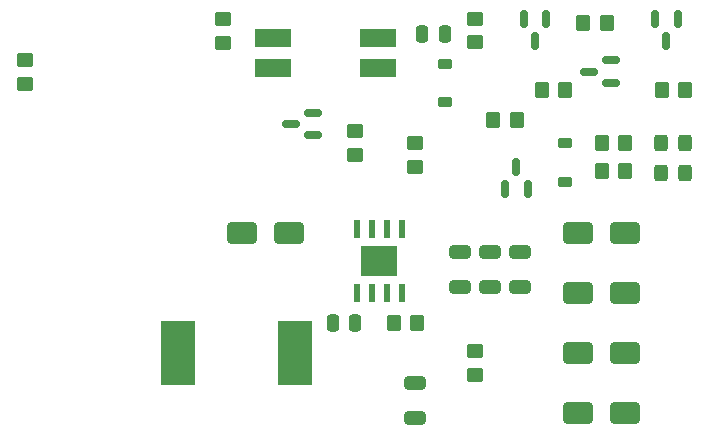
<source format=gtp>
G04 #@! TF.GenerationSoftware,KiCad,Pcbnew,7.99.0-3924-g53fd1aaf5e*
G04 #@! TF.CreationDate,2023-12-12T19:58:36+01:00*
G04 #@! TF.ProjectId,xDuinoRailShield,78447569-6e6f-4526-9169-6c536869656c,rev?*
G04 #@! TF.SameCoordinates,Original*
G04 #@! TF.FileFunction,Paste,Top*
G04 #@! TF.FilePolarity,Positive*
%FSLAX46Y46*%
G04 Gerber Fmt 4.6, Leading zero omitted, Abs format (unit mm)*
G04 Created by KiCad (PCBNEW 7.99.0-3924-g53fd1aaf5e) date 2023-12-12 19:58:36*
%MOMM*%
%LPD*%
G01*
G04 APERTURE LIST*
G04 Aperture macros list*
%AMRoundRect*
0 Rectangle with rounded corners*
0 $1 Rounding radius*
0 $2 $3 $4 $5 $6 $7 $8 $9 X,Y pos of 4 corners*
0 Add a 4 corners polygon primitive as box body*
4,1,4,$2,$3,$4,$5,$6,$7,$8,$9,$2,$3,0*
0 Add four circle primitives for the rounded corners*
1,1,$1+$1,$2,$3*
1,1,$1+$1,$4,$5*
1,1,$1+$1,$6,$7*
1,1,$1+$1,$8,$9*
0 Add four rect primitives between the rounded corners*
20,1,$1+$1,$2,$3,$4,$5,0*
20,1,$1+$1,$4,$5,$6,$7,0*
20,1,$1+$1,$6,$7,$8,$9,0*
20,1,$1+$1,$8,$9,$2,$3,0*%
G04 Aperture macros list end*
%ADD10RoundRect,0.250000X0.450000X-0.350000X0.450000X0.350000X-0.450000X0.350000X-0.450000X-0.350000X0*%
%ADD11RoundRect,0.250000X-0.450000X0.350000X-0.450000X-0.350000X0.450000X-0.350000X0.450000X0.350000X0*%
%ADD12RoundRect,0.150000X0.587500X0.150000X-0.587500X0.150000X-0.587500X-0.150000X0.587500X-0.150000X0*%
%ADD13RoundRect,0.250000X-0.350000X-0.450000X0.350000X-0.450000X0.350000X0.450000X-0.350000X0.450000X0*%
%ADD14RoundRect,0.250000X0.325000X0.450000X-0.325000X0.450000X-0.325000X-0.450000X0.325000X-0.450000X0*%
%ADD15RoundRect,0.250000X0.350000X0.450000X-0.350000X0.450000X-0.350000X-0.450000X0.350000X-0.450000X0*%
%ADD16RoundRect,0.250000X0.250000X0.475000X-0.250000X0.475000X-0.250000X-0.475000X0.250000X-0.475000X0*%
%ADD17R,3.100000X1.600000*%
%ADD18R,2.900000X5.400000*%
%ADD19RoundRect,0.225000X0.375000X-0.225000X0.375000X0.225000X-0.375000X0.225000X-0.375000X-0.225000X0*%
%ADD20RoundRect,0.150000X-0.150000X0.587500X-0.150000X-0.587500X0.150000X-0.587500X0.150000X0.587500X0*%
%ADD21RoundRect,0.250000X-1.000000X-0.650000X1.000000X-0.650000X1.000000X0.650000X-1.000000X0.650000X0*%
%ADD22RoundRect,0.225000X-0.375000X0.225000X-0.375000X-0.225000X0.375000X-0.225000X0.375000X0.225000X0*%
%ADD23RoundRect,0.250000X1.000000X0.650000X-1.000000X0.650000X-1.000000X-0.650000X1.000000X-0.650000X0*%
%ADD24RoundRect,0.250000X-0.650000X0.325000X-0.650000X-0.325000X0.650000X-0.325000X0.650000X0.325000X0*%
%ADD25R,0.600000X1.550000*%
%ADD26R,3.100000X2.600000*%
%ADD27RoundRect,0.150000X0.150000X-0.587500X0.150000X0.587500X-0.150000X0.587500X-0.150000X-0.587500X0*%
G04 APERTURE END LIST*
D10*
X143180000Y-81505000D03*
X143180000Y-79505000D03*
D11*
X143179900Y-51365000D03*
X143179900Y-53365000D03*
D12*
X154687600Y-56805000D03*
X154687600Y-54905000D03*
X152812600Y-55855000D03*
D13*
X158959800Y-57445000D03*
X160959800Y-57445000D03*
D14*
X160959900Y-64440000D03*
X158909900Y-64440000D03*
D15*
X150800000Y-57445000D03*
X148800000Y-57445000D03*
D16*
X133020000Y-77140000D03*
X131120000Y-77140000D03*
D17*
X134925000Y-55550000D03*
X134925000Y-53010000D03*
X126035000Y-53010000D03*
X126035000Y-55550000D03*
D11*
X105080000Y-56907500D03*
X105080000Y-54907500D03*
D18*
X118040000Y-79680000D03*
X127940000Y-79680000D03*
D19*
X140640000Y-58470000D03*
X140640000Y-55170000D03*
D11*
X121843343Y-51434853D03*
X121843343Y-53434853D03*
D20*
X160319900Y-51427500D03*
X158419900Y-51427500D03*
X159369900Y-53302500D03*
D21*
X151880000Y-69520000D03*
X155880000Y-69520000D03*
D22*
X150800000Y-61900000D03*
X150800000Y-65200000D03*
D23*
X155880000Y-74600000D03*
X151880000Y-74600000D03*
D24*
X141910000Y-71100000D03*
X141910000Y-74050000D03*
D25*
X133175000Y-74600000D03*
X134445000Y-74600000D03*
X135715000Y-74600000D03*
X136985000Y-74600000D03*
X136985000Y-69200000D03*
X135715000Y-69200000D03*
X134445000Y-69200000D03*
X133175000Y-69200000D03*
D26*
X135080000Y-71900000D03*
D13*
X153879900Y-61900000D03*
X155879900Y-61900000D03*
D14*
X160959900Y-61900000D03*
X158909900Y-61900000D03*
D15*
X138275000Y-77140000D03*
X136275000Y-77140000D03*
D23*
X155880000Y-84760000D03*
X151880000Y-84760000D03*
D21*
X151880000Y-79680000D03*
X155880000Y-79680000D03*
D27*
X145720000Y-65831600D03*
X147620000Y-65831600D03*
X146670000Y-63956600D03*
D24*
X138100000Y-82220000D03*
X138100000Y-85170000D03*
D16*
X140619221Y-52689432D03*
X138719221Y-52689432D03*
D15*
X154340000Y-51740000D03*
X152340000Y-51740000D03*
D12*
X127604643Y-60310000D03*
X129479643Y-59360000D03*
X129479643Y-61260000D03*
D21*
X123400000Y-69520000D03*
X127400000Y-69520000D03*
D15*
X146719900Y-59985000D03*
X144719900Y-59985000D03*
D10*
X133020000Y-62900000D03*
X133020000Y-60900000D03*
D24*
X144450000Y-71100000D03*
X144450000Y-74050000D03*
X146990000Y-71100000D03*
X146990000Y-74050000D03*
D10*
X138100000Y-63900000D03*
X138100000Y-61900000D03*
D13*
X153879900Y-64305000D03*
X155879900Y-64305000D03*
D20*
X149210000Y-51427500D03*
X147310000Y-51427500D03*
X148260000Y-53302500D03*
M02*

</source>
